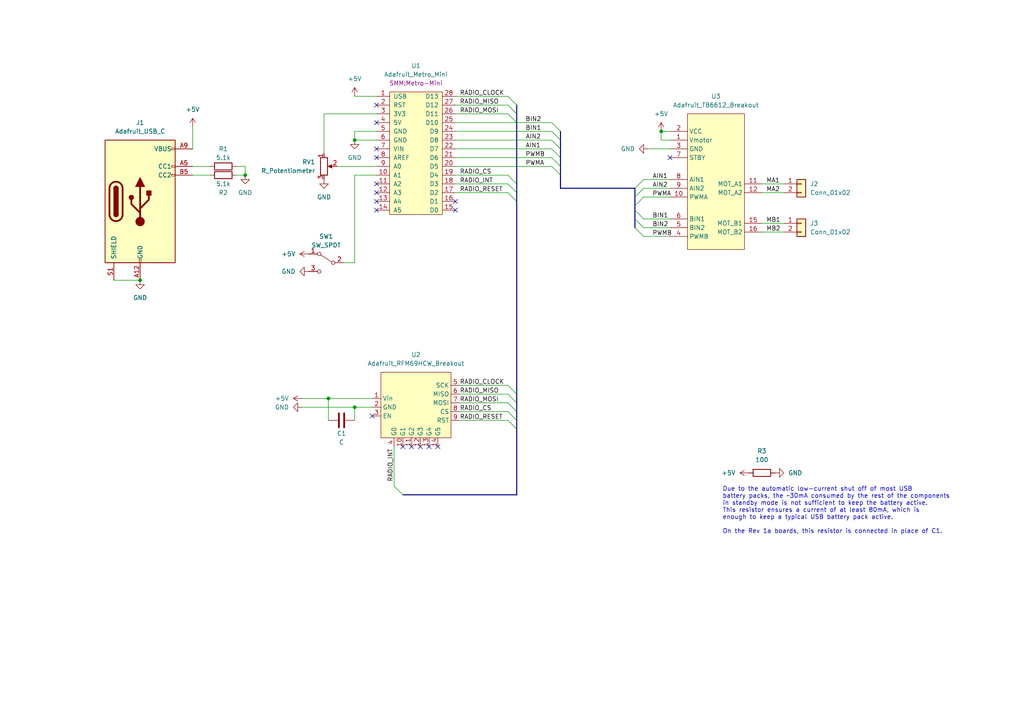
<source format=kicad_sch>
(kicad_sch (version 20230121) (generator eeschema)
  (paper "A4")
  (title_block (title "Iowa Science Rover - Rover Controller") (date "2023-10-04") (rev "2") (company "Science Museum of Minnesota") (comment 1 "Kate Swanson"))
  (lib_symbols
    (symbol "+5V_1" (power) (pin_names (offset 0))
      (property "Value" "+5V_1" (at 0 3.556 0))
      (symbol "+5V_1_0_1"
        (polyline (pts (xy -0.762 1.27) (xy 0 2.54)))
        (polyline (pts (xy 0 0) (xy 0 2.54)))
        (polyline (pts (xy 0 2.54) (xy 0.762 1.27)))
      )
      (symbol "+5V_1_1_1"
        (pin power_in line (at 0 0 90) (length 0) hide (name "+5V") (number "1"))
      )
    )
    (symbol "Connector_Generic:Conn_01x02" (pin_names (offset 1.016) hide)
      (property "Reference" "J" (at 0 2.54 0))
      (property "Value" "Conn_01x02" (at 0 -5.08 0))
      (symbol "Conn_01x02_1_1"
        (rectangle (start -1.27 -2.413) (end 0 -2.667) (stroke (width 0.1524)))
        (rectangle (start -1.27 0.127) (end 0 -0.127) (stroke (width 0.1524)))
        (rectangle (start -1.27 1.27) (end 1.27 -3.81) (stroke (width 0.254)) (fill (type background)))
        (pin passive line (at -5.08 0 0) (length 3.81) (name "Pin_1") (number "1"))
        (pin passive line (at -5.08 -2.54 0) (length 3.81) (name "Pin_2") (number "2"))
      )
    )
    (symbol "Device:C" (pin_numbers hide) (pin_names (offset 0.254))
      (property "Reference" "C" (at 0.635 2.54 0))
      (property "Value" "C" (at 0.635 -2.54 0))
      (symbol "C_0_1"
        (polyline (pts (xy -2.032 -0.762) (xy 2.032 -0.762)) (stroke (width 0.508)))
        (polyline (pts (xy -2.032 0.762) (xy 2.032 0.762)) (stroke (width 0.508)))
      )
      (symbol "C_1_1"
        (pin passive line (at 0 3.81 270) (length 2.794) (name "~") (number "1"))
        (pin passive line (at 0 -3.81 90) (length 2.794) (name "~") (number "2"))
      )
    )
    (symbol "Device:R" (pin_numbers hide) (pin_names (offset 0))
      (property "Reference" "R" (at 2.032 0 90))
      (property "Value" "R" (at 0 0 90))
      (symbol "R_0_1"
        (rectangle (start -1.016 -2.54) (end 1.016 2.54) (stroke (width 0.254)))
      )
      (symbol "R_1_1"
        (pin passive line (at 0 3.81 270) (length 1.27) (name "~") (number "1"))
        (pin passive line (at 0 -3.81 90) (length 1.27) (name "~") (number "2"))
      )
    )
    (symbol "Device:R_Potentiometer" (pin_names (offset 1.016) hide)
      (property "Reference" "RV" (at -4.445 0 90))
      (property "Value" "R_Potentiometer" (at -2.54 0 90))
      (symbol "R_Potentiometer_0_1"
        (polyline (pts (xy 2.54 0) (xy 1.524 0)))
        (polyline (pts (xy 1.143 0) (xy 2.286 0.508) (xy 2.286 -0.508) (xy 1.143 0)) (fill (type outline)))
        (rectangle (start 1.016 2.54) (end -1.016 -2.54) (stroke (width 0.254)))
      )
      (symbol "R_Potentiometer_1_1"
        (pin passive line (at 0 3.81 270) (length 1.27) (name "1") (number "1"))
        (pin passive line (at 3.81 0 180) (length 1.27) (name "2") (number "2"))
        (pin passive line (at 0 -3.81 90) (length 1.27) (name "3") (number "3"))
      )
    )
    (symbol "GND_1" (power) (pin_names (offset 0))
      (property "Value" "GND_1" (at 0 -3.81 0))
      (symbol "GND_1_0_1"
        (polyline (pts (xy 0 0) (xy 0 -1.27) (xy 1.27 -1.27) (xy 0 -2.54) (xy -1.27 -1.27) (xy 0 -1.27)))
      )
      (symbol "GND_1_1_1"
        (pin power_in line (at 0 0 270) (length 0) hide (name "GND") (number "1"))
      )
    )
    (symbol "SMM:Adafruit_Metro_Mini" (pin_names (offset 1.016))
      (property "Reference" "U" (at 0 0 0))
      (property "Value" "Adafruit_Metro_Mini" (at 0 16.51 90))
      (property "Footprint" "SMM:Metro-Mini" (at 0 38.1 0))
      (symbol "Adafruit_Metro_Mini_0_1"
        (rectangle (start -7.62 1.27) (end 7.62 36.83) (fill (type background)))
      )
      (symbol "Adafruit_Metro_Mini_1_1"
        (pin bidirectional line (at -11.43 35.56 0) (length 3.81) (name "USB") (number "1"))
        (pin bidirectional line (at -11.43 12.7 0) (length 3.81) (name "A1") (number "10"))
        (pin bidirectional line (at -11.43 10.16 0) (length 3.81) (name "A2") (number "11"))
        (pin bidirectional line (at -11.43 7.62 0) (length 3.81) (name "A3") (number "12"))
        (pin bidirectional line (at -11.43 5.08 0) (length 3.81) (name "A4") (number "13"))
        (pin bidirectional line (at -11.43 2.54 0) (length 3.81) (name "A5") (number "14"))
        (pin bidirectional line (at 11.43 2.54 180) (length 3.81) (name "D0") (number "15"))
        (pin bidirectional line (at 11.43 5.08 180) (length 3.81) (name "D1") (number "16"))
        (pin bidirectional line (at 11.43 7.62 180) (length 3.81) (name "D2") (number "17"))
        (pin bidirectional line (at 11.43 10.16 180) (length 3.81) (name "D3") (number "18"))
        (pin bidirectional line (at 11.43 12.7 180) (length 3.81) (name "D4") (number "19"))
        (pin bidirectional line (at -11.43 33.02 0) (length 3.81) (name "RST") (number "2"))
        (pin bidirectional line (at 11.43 15.24 180) (length 3.81) (name "D5") (number "20"))
        (pin bidirectional line (at 11.43 17.78 180) (length 3.81) (name "D6") (number "21"))
        (pin bidirectional line (at 11.43 20.32 180) (length 3.81) (name "D7") (number "22"))
        (pin bidirectional line (at 11.43 22.86 180) (length 3.81) (name "D8") (number "23"))
        (pin bidirectional line (at 11.43 25.4 180) (length 3.81) (name "D9") (number "24"))
        (pin bidirectional line (at 11.43 27.94 180) (length 3.81) (name "D10") (number "25"))
        (pin bidirectional line (at 11.43 30.48 180) (length 3.81) (name "D11") (number "26"))
        (pin bidirectional line (at 11.43 33.02 180) (length 3.81) (name "D12") (number "27"))
        (pin bidirectional line (at 11.43 35.56 180) (length 3.81) (name "D13") (number "28"))
        (pin power_out line (at -11.43 30.48 0) (length 3.81) (name "3V3") (number "3"))
        (pin power_out line (at -11.43 27.94 0) (length 3.81) (name "5V") (number "4"))
        (pin power_out line (at -11.43 25.4 0) (length 3.81) (name "GND") (number "5"))
        (pin power_out line (at -11.43 22.86 0) (length 3.81) (name "GND") (number "6"))
        (pin power_in line (at -11.43 20.32 0) (length 3.81) (name "VIN") (number "7"))
        (pin input line (at -11.43 17.78 0) (length 3.81) (name "AREF") (number "8"))
        (pin bidirectional line (at -11.43 15.24 0) (length 3.81) (name "A0") (number "9"))
      )
    )
    (symbol "SMM:Adafruit_RFM69HCW_Breakout"
      (property "Reference" "U" (at 0 1.27 0))
      (property "Value" "Adafruit_RFM69HCW_Breakout" (at 0 11.43 0))
      (symbol "Adafruit_RFM69HCW_Breakout_0_1"
        (rectangle (start -10.16 10.16) (end 10.16 -8.89) (fill (type background)))
      )
      (symbol "Adafruit_RFM69HCW_Breakout_1_1"
        (pin power_in line (at -12.7 2.54 0) (length 2.54) (name "Vin") (number "1"))
        (pin output line (at -3.81 -11.43 90) (length 2.54) (name "G1") (number "10"))
        (pin output line (at -1.27 -11.43 90) (length 2.54) (name "G2") (number "11"))
        (pin output line (at 1.27 -11.43 90) (length 2.54) (name "G3") (number "12"))
        (pin output line (at 3.81 -11.43 90) (length 2.54) (name "G4") (number "13"))
        (pin output line (at 6.35 -11.43 90) (length 2.54) (name "G5") (number "14"))
        (pin power_in line (at -12.7 0 0) (length 2.54) (name "GND") (number "2"))
        (pin input line (at -12.7 -2.54 0) (length 2.54) (name "EN") (number "3"))
        (pin output line (at -6.35 -11.43 90) (length 2.54) (name "G0") (number "4"))
        (pin input line (at 12.7 6.35 180) (length 2.54) (name "SCK") (number "5"))
        (pin input line (at 12.7 3.81 180) (length 2.54) (name "MISO") (number "6"))
        (pin input line (at 12.7 1.27 180) (length 2.54) (name "MOSI") (number "7"))
        (pin input line (at 12.7 -1.27 180) (length 2.54) (name "CS") (number "8"))
        (pin input line (at 12.7 -3.81 180) (length 2.54) (name "RST") (number "9"))
      )
    )
    (symbol "SMM:Adafruit_TB6612_Breakout"
      (property "Reference" "U3" (at -0.635 13.97 0))
      (property "Value" "Adafruit_TB6612_Breakout" (at -0.635 11.43 0))
      (symbol "Adafruit_TB6612_Breakout_0_1"
        (rectangle (start -8.89 8.89) (end 7.62 -30.48) (fill (type background)))
      )
      (symbol "Adafruit_TB6612_Breakout_1_1"
        (pin power_in line (at -13.97 1.27 0) (length 5.08) (name "Vmotor") (number "1"))
        (pin input line (at -13.97 -15.24 0) (length 5.08) (name "PWMA") (number "10"))
        (pin output line (at 12.7 -11.43 180) (length 5.08) (name "MOT_A1") (number "11"))
        (pin output line (at 12.7 -13.97 180) (length 5.08) (name "MOT_A2") (number "12"))
        (pin power_in line (at -13.97 -1.27 0) (length 5.08) hide (name "GND") (number "13"))
        (pin power_in line (at -13.97 -1.27 0) (length 5.08) hide (name "GND") (number "14"))
        (pin output line (at 12.7 -22.86 180) (length 5.08) (name "MOT_B1") (number "15"))
        (pin output line (at 12.7 -25.4 180) (length 5.08) (name "MOT_B2") (number "16"))
        (pin power_in line (at -13.97 3.81 0) (length 5.08) (name "VCC") (number "2"))
        (pin power_in line (at -13.97 -1.27 0) (length 5.08) (name "GND") (number "3"))
        (pin input line (at -13.97 -26.67 0) (length 5.08) (name "PWMB") (number "4"))
        (pin input line (at -13.97 -24.13 0) (length 5.08) (name "BIN2") (number "5"))
        (pin input line (at -13.97 -21.59 0) (length 5.08) (name "BIN1") (number "6"))
        (pin input line (at -13.97 -3.81 0) (length 5.08) (name "STBY") (number "7"))
        (pin input line (at -13.97 -10.16 0) (length 5.08) (name "AIN1") (number "8"))
        (pin input line (at -13.97 -12.7 0) (length 5.08) (name "AIN2") (number "9"))
      )
    )
    (symbol "SMM:Adafruit_USB_C" (pin_names (offset 1.016))
      (property "Reference" "J" (at -10.16 19.05 0))
      (property "Value" "Adafruit_USB_C" (at 19.05 19.05 0))
      (symbol "Adafruit_USB_C_0_0"
        (rectangle (start -0.254 -17.78) (end 0.254 -16.764))
        (rectangle (start 10.16 7.874) (end 9.144 7.366))
        (rectangle (start 10.16 10.414) (end 9.144 9.906))
        (rectangle (start 10.16 15.494) (end 9.144 14.986))
      )
      (symbol "Adafruit_USB_C_0_1"
        (rectangle (start -10.16 17.78) (end 10.16 -17.78) (stroke (width 0.254)) (fill (type background)))
        (arc (start -8.89 -3.81) (mid -6.985 -5.7067) (end -5.08 -3.81) (stroke (width 0.508)))
        (arc (start -7.62 -3.81) (mid -6.985 -4.4423) (end -6.35 -3.81) (stroke (width 0.254)))
        (arc (start -7.62 -3.81) (mid -6.985 -4.4423) (end -6.35 -3.81) (stroke (width 0.254)) (fill (type outline)))
        (rectangle (start -7.62 -3.81) (end -6.35 3.81) (stroke (width 0.254)) (fill (type outline)))
        (arc (start -6.35 3.81) (mid -6.985 4.4423) (end -7.62 3.81) (stroke (width 0.254)))
        (arc (start -6.35 3.81) (mid -6.985 4.4423) (end -7.62 3.81) (stroke (width 0.254)) (fill (type outline)))
        (arc (start -5.08 3.81) (mid -6.985 5.7067) (end -8.89 3.81) (stroke (width 0.508)))
        (circle (center -2.54 1.143) (radius 0.635) (stroke (width 0.254)) (fill (type outline)))
        (circle (center 0 -5.842) (radius 1.27) (fill (type outline)))
        (polyline (pts (xy -8.89 -3.81) (xy -8.89 3.81)) (stroke (width 0.508)))
        (polyline (pts (xy -5.08 3.81) (xy -5.08 -3.81)) (stroke (width 0.508)))
        (polyline (pts (xy 0 -5.842) (xy 0 4.318)) (stroke (width 0.508)))
        (polyline (pts (xy 0 -3.302) (xy -2.54 -0.762) (xy -2.54 0.508)) (stroke (width 0.508)))
        (polyline (pts (xy 0 -2.032) (xy 2.54 0.508) (xy 2.54 1.778)) (stroke (width 0.508)))
        (polyline (pts (xy -1.27 4.318) (xy 0 6.858) (xy 1.27 4.318) (xy -1.27 4.318)) (stroke (width 0.254)) (fill (type outline)))
        (rectangle (start 1.905 1.778) (end 3.175 3.048) (stroke (width 0.254)) (fill (type outline)))
      )
      (symbol "Adafruit_USB_C_1_1"
        (pin passive line (at 0 -22.86 90) (length 5.08) (name "GND") (number "A12"))
        (pin bidirectional line (at 15.24 10.16 180) (length 5.08) (name "CC1") (number "A5"))
        (pin passive line (at 15.24 15.24 180) (length 5.08) (name "VBUS") (number "A9"))
        (pin passive line (at 0 -22.86 90) (length 5.08) hide (name "GND") (number "B12"))
        (pin bidirectional line (at 15.24 7.62 180) (length 5.08) (name "CC2") (number "B5"))
        (pin passive line (at 15.24 15.24 180) (length 5.08) hide (name "VBUS") (number "B9"))
        (pin passive line (at -7.62 -22.86 90) (length 5.08) (name "SHIELD") (number "S1"))
      )
    )
    (symbol "Switch:SW_SPDT" (pin_names (offset 0) hide)
      (property "Reference" "SW" (at 0 4.318 0))
      (property "Value" "SW_SPDT" (at 0 -5.08 0))
      (symbol "SW_SPDT_0_0"
        (circle (center -2.032 0) (radius 0.508))
        (circle (center 2.032 -2.54) (radius 0.508))
      )
      (symbol "SW_SPDT_0_1"
        (polyline (pts (xy -1.524 0.254) (xy 1.651 2.286)))
        (circle (center 2.032 2.54) (radius 0.508))
      )
      (symbol "SW_SPDT_1_1"
        (pin passive line (at 5.08 2.54 180) (length 2.54) (name "A") (number "1"))
        (pin passive line (at -5.08 0 0) (length 2.54) (name "B") (number "2"))
        (pin passive line (at 5.08 -2.54 180) (length 2.54) (name "C") (number "3"))
      )
    )
    (symbol "power:+5V" (power) (pin_names (offset 0))
      (property "Value" "+5V" (at 0 3.556 0))
      (symbol "+5V_0_1"
        (polyline (pts (xy -0.762 1.27) (xy 0 2.54)))
        (polyline (pts (xy 0 0) (xy 0 2.54)))
        (polyline (pts (xy 0 2.54) (xy 0.762 1.27)))
      )
      (symbol "+5V_1_1"
        (pin power_in line (at 0 0 90) (length 0) hide (name "+5V") (number "1"))
      )
    )
    (symbol "power:GND" (power) (pin_names (offset 0))
      (property "Value" "GND" (at 0 -3.81 0))
      (symbol "GND_0_1"
        (polyline (pts (xy 0 0) (xy 0 -1.27) (xy 1.27 -1.27) (xy 0 -2.54) (xy -1.27 -1.27) (xy 0 -1.27)))
      )
      (symbol "GND_1_1"
        (pin power_in line (at 0 0 270) (length 0) hide (name "GND") (number "1"))
      )
    )
  )
  (junction (at 40.64 81.28))
  (junction (at 102.87 118.11))
  (junction (at 95.25 115.57))
  (junction (at 71.12 50.8))
  (junction (at 102.87 40.64))
  (junction (at 191.77 38.1))
  (no_connect (at 127 129.54))
  (no_connect (at 124.46 129.54))
  (no_connect (at 119.38 129.54))
  (no_connect (at 121.92 129.54))
  (no_connect (at 116.84 129.54))
  (no_connect (at 109.22 35.56))
  (no_connect (at 109.22 30.48))
  (no_connect (at 132.08 60.96))
  (no_connect (at 132.08 58.42))
  (no_connect (at 109.22 55.88))
  (no_connect (at 109.22 43.18))
  (no_connect (at 109.22 60.96))
  (no_connect (at 109.22 58.42))
  (no_connect (at 109.22 45.72))
  (no_connect (at 109.22 53.34))
  (no_connect (at 194.31 45.72))
  (no_connect (at 107.95 120.65))
  (bus_entry (at 160.02 40.64) (size 2.54 2.54))
  (bus_entry (at 160.02 45.72) (size 2.54 2.54))
  (bus_entry (at 147.32 33.02) (size 2.54 2.54))
  (bus_entry (at 186.69 63.5) (size -2.54 -2.54))
  (bus_entry (at 147.32 53.34) (size 2.54 2.54))
  (bus_entry (at 147.32 50.8) (size 2.54 2.54))
  (bus_entry (at 186.69 57.15) (size -2.54 2.54))
  (bus_entry (at 114.3 140.97) (size 2.54 2.54))
  (bus_entry (at 160.02 35.56) (size 2.54 2.54))
  (bus_entry (at 147.32 27.94) (size 2.54 2.54))
  (bus_entry (at 160.02 38.1) (size 2.54 2.54))
  (bus_entry (at 186.69 66.04) (size -2.54 -2.54))
  (bus_entry (at 186.69 68.58) (size -2.54 -2.54))
  (bus_entry (at 160.02 48.26) (size 2.54 2.54))
  (bus_entry (at 186.69 52.07) (size -2.54 2.54))
  (bus_entry (at 160.02 43.18) (size 2.54 2.54))
  (bus_entry (at 147.32 30.48) (size 2.54 2.54))
  (bus_entry (at 147.32 55.88) (size 2.54 2.54))
  (bus_entry (at 186.69 54.61) (size -2.54 2.54))
  (bus_entry (at 147.32 121.92) (size 2.54 2.54))
  (bus_entry (at 147.32 116.84) (size 2.54 2.54))
  (bus_entry (at 147.32 114.3) (size 2.54 2.54))
  (bus_entry (at 147.32 119.38) (size 2.54 2.54))
  (bus_entry (at 147.32 111.76) (size 2.54 2.54))
  (wire (pts (xy 186.69 66.04) (xy 194.31 66.04)))
  (wire (pts (xy 55.88 36.83) (xy 55.88 43.18)))
  (wire (pts (xy 227.33 67.31) (xy 220.98 67.31)))
  (wire (pts (xy 133.35 111.76) (xy 147.32 111.76)))
  (bus (pts (xy 162.56 40.64) (xy 162.56 43.18)))
  (wire (pts (xy 194.31 38.1) (xy 191.77 38.1)))
  (wire (pts (xy 132.08 55.88) (xy 147.32 55.88)))
  (wire (pts (xy 102.87 50.8) (xy 102.87 76.2)))
  (wire (pts (xy 102.87 76.2) (xy 99.695 76.2)))
  (wire (pts (xy 187.96 43.18) (xy 194.31 43.18)))
  (wire (pts (xy 149.86 35.56) (xy 160.02 35.56)))
  (bus (pts (xy 149.86 30.48) (xy 149.86 33.02)))
  (bus (pts (xy 184.15 60.96) (xy 184.15 63.5)))
  (bus (pts (xy 149.86 121.92) (xy 149.86 124.46)))
  (wire (pts (xy 191.77 40.64) (xy 194.31 40.64)))
  (wire (pts (xy 87.63 118.11) (xy 102.87 118.11)))
  (bus (pts (xy 149.86 124.46) (xy 149.86 143.51)))
  (wire (pts (xy 132.08 27.94) (xy 147.32 27.94)))
  (bus (pts (xy 149.86 55.88) (xy 149.86 58.42)))
  (wire (pts (xy 132.08 38.1) (xy 160.02 38.1)))
  (wire (pts (xy 132.08 50.8) (xy 147.32 50.8)))
  (wire (pts (xy 55.88 50.8) (xy 60.96 50.8)))
  (wire (pts (xy 132.08 33.02) (xy 147.32 33.02)))
  (wire (pts (xy 102.87 118.11) (xy 107.95 118.11)))
  (wire (pts (xy 132.08 40.64) (xy 160.02 40.64)))
  (bus (pts (xy 184.15 54.61) (xy 184.15 57.15)))
  (bus (pts (xy 149.86 116.84) (xy 149.86 119.38)))
  (wire (pts (xy 186.69 63.5) (xy 194.31 63.5)))
  (wire (pts (xy 132.08 53.34) (xy 147.32 53.34)))
  (bus (pts (xy 149.86 119.38) (xy 149.86 121.92)))
  (bus (pts (xy 184.15 57.15) (xy 184.15 59.69)))
  (bus (pts (xy 184.15 63.5) (xy 184.15 66.04)))
  (wire (pts (xy 95.25 115.57) (xy 107.95 115.57)))
  (wire (pts (xy 186.69 57.15) (xy 194.31 57.15)))
  (wire (pts (xy 114.3 129.54) (xy 114.3 140.97)))
  (wire (pts (xy 109.22 50.8) (xy 102.87 50.8)))
  (wire (pts (xy 87.63 115.57) (xy 95.25 115.57)))
  (bus (pts (xy 149.86 33.02) (xy 149.86 35.56)))
  (bus (pts (xy 116.84 143.51) (xy 149.86 143.51)))
  (bus (pts (xy 184.15 59.69) (xy 184.15 60.96)))
  (wire (pts (xy 102.87 40.64) (xy 109.22 40.64)))
  (wire (pts (xy 227.33 53.34) (xy 220.98 53.34)))
  (bus (pts (xy 149.86 114.3) (xy 149.86 116.84)))
  (wire (pts (xy 133.35 116.84) (xy 147.32 116.84)))
  (wire (pts (xy 71.12 50.8) (xy 68.58 50.8)))
  (wire (pts (xy 95.25 115.57) (xy 95.25 121.92)))
  (bus (pts (xy 162.56 54.61) (xy 184.15 54.61)))
  (wire (pts (xy 186.69 68.58) (xy 194.31 68.58)))
  (bus (pts (xy 149.86 58.42) (xy 149.86 114.3)))
  (wire (pts (xy 132.08 43.18) (xy 160.02 43.18)))
  (bus (pts (xy 162.56 48.26) (xy 162.56 50.8)))
  (wire (pts (xy 133.35 119.38) (xy 147.32 119.38)))
  (bus (pts (xy 149.86 53.34) (xy 149.86 55.88)))
  (wire (pts (xy 97.79 48.26) (xy 109.22 48.26)))
  (bus (pts (xy 162.56 50.8) (xy 162.56 54.61)))
  (wire (pts (xy 227.33 55.88) (xy 220.98 55.88)))
  (wire (pts (xy 132.08 45.72) (xy 160.02 45.72)))
  (wire (pts (xy 191.77 38.1) (xy 191.77 40.64)))
  (wire (pts (xy 93.98 33.02) (xy 93.98 44.45)))
  (wire (pts (xy 132.08 35.56) (xy 149.86 35.56)))
  (wire (pts (xy 133.35 114.3) (xy 147.32 114.3)))
  (wire (pts (xy 109.22 38.1) (xy 102.87 38.1)))
  (wire (pts (xy 132.08 48.26) (xy 160.02 48.26)))
  (wire (pts (xy 102.87 27.94) (xy 109.22 27.94)))
  (wire (pts (xy 71.12 48.26) (xy 71.12 50.8)))
  (wire (pts (xy 102.87 118.11) (xy 102.87 121.92)))
  (wire (pts (xy 186.69 54.61) (xy 194.31 54.61)))
  (wire (pts (xy 133.35 121.92) (xy 147.32 121.92)))
  (wire (pts (xy 33.02 81.28) (xy 40.64 81.28)))
  (bus (pts (xy 162.56 43.18) (xy 162.56 45.72)))
  (bus (pts (xy 162.56 38.1) (xy 162.56 40.64)))
  (wire (pts (xy 227.33 64.77) (xy 220.98 64.77)))
  (wire (pts (xy 55.88 48.26) (xy 60.96 48.26)))
  (wire (pts (xy 102.87 38.1) (xy 102.87 40.64)))
  (bus (pts (xy 162.56 45.72) (xy 162.56 48.26)))
  (wire (pts (xy 68.58 48.26) (xy 71.12 48.26)))
  (wire (pts (xy 109.22 33.02) (xy 93.98 33.02)))
  (bus (pts (xy 149.86 35.56) (xy 149.86 53.34)))
  (wire (pts (xy 186.69 52.07) (xy 194.31 52.07)))
  (wire (pts (xy 132.08 30.48) (xy 147.32 30.48)))
  (text "Due to the automatic low-current shut off of most USB\nbattery packs, the ~30mA consumed by the rest of the components\nin standby mode is not sufficient to keep the battery active.\nThis resistor ensures a current of at least 80mA, which is\nenough to keep a typical USB battery pack active.\n\nOn the Rev 1a boards, this resistor is connected in place of C1." (at 209.55 154.94 0) (effects (font (size 1.27 1.27)) (justify left bottom)))
  (label "PWMB" (at 189.23 68.58 0))
  (label "RADIO_CLOCK" (at 133.35 27.94 0))
  (label "MB2" (at 222.25 67.31 0))
  (label "BIN1" (at 189.23 63.5 0))
  (label "RADIO_MISO" (at 133.35 114.3 0))
  (label "BIN2" (at 189.23 66.04 0))
  (label "MA1" (at 222.25 53.34 0))
  (label "AIN2" (at 189.23 54.61 0))
  (label "RADIO_MISO" (at 133.35 30.48 0))
  (label "PWMB" (at 152.4 45.72 0))
  (label "RADIO_RESET" (at 133.35 55.88 0))
  (label "AIN1" (at 152.4 43.18 0))
  (label "PWMA" (at 152.4 48.26 0))
  (label "RADIO_MOSI" (at 133.35 116.84 0))
  (label "AIN1" (at 189.23 52.07 0))
  (label "RADIO_CS" (at 133.35 50.8 0))
  (label "RADIO_INT" (at 114.3 139.7 90))
  (label "BIN2" (at 152.4 35.56 0))
  (label "PWMA" (at 189.23 57.15 0))
  (label "MB1" (at 222.25 64.77 0))
  (label "RADIO_RESET" (at 133.35 121.92 0))
  (label "MA2" (at 222.25 55.88 0))
  (label "RADIO_INT" (at 133.35 53.34 0))
  (label "BIN1" (at 152.4 38.1 0))
  (label "RADIO_CLOCK" (at 133.35 111.76 0))
  (label "RADIO_CS" (at 133.35 119.38 0))
  (label "AIN2" (at 152.4541 40.64 0))
  (label "RADIO_MOSI" (at 133.35 33.02 0))
  (symbol (lib_id "Device:R") (at 64.77 48.26 90) (unit 1)
    (property "Reference" "R1" (at 64.77 43.18 90))
    (property "Value" "5.1k" (at 64.77 45.72 90))
    (property "Footprint" "SMM:Resistor_L6.3mm_D2.5mm_P10.16mm_Horizontal" (effects hide))
  )
  (symbol (lib_id "Device:R") (at 64.77 50.8 90) (mirror x) (unit 1)
    (property "Reference" "R2" (at 64.77 55.88 90))
    (property "Value" "5.1k" (at 64.77 53.34 90))
    (property "Footprint" "SMM:Resistor_L6.3mm_D2.5mm_P10.16mm_Horizontal" (effects hide))
  )
  (symbol (lib_id "power:+5V") (at 102.87 27.94 0) (unit 1)
    (property "Reference" "#PWR07" (effects hide))
    (property "Value" "+5V" (at 102.87 22.86 0))
  )
  (symbol (lib_id "Device:C") (at 99.06 121.92 90) (mirror x) (unit 1)
    (property "Reference" "C1" (at 99.06 125.73 90))
    (property "Value" "C" (at 99.06 128.27 90))
    (property "Footprint" "Capacitor_THT:C_Disc_D4.3mm_W1.9mm_P5.00mm" (effects hide))
  )
  (symbol (lib_id "Device:R_Potentiometer") (at 93.98 48.26 0) (unit 1)
    (property "Reference" "RV1" (at 91.44 46.9899 0) (effects (justify right)))
    (property "Value" "R_Potentiometer" (at 91.44 49.5299 0) (effects (justify right)))
    (property "Footprint" "SMM:Rover_Trimpot" (effects hide))
  )
  (symbol (lib_id "power:GND") (at 89.535 78.74 270) (unit 1)
    (property "Reference" "#PWR012" (effects hide))
    (property "Value" "GND" (at 85.725 78.74 90) (effects (justify right)))
  )
  (symbol (lib_id "power:GND") (at 187.96 43.18 270) (mirror x) (unit 1)
    (property "Reference" "#PWR09" (effects hide))
    (property "Value" "GND" (at 184.15 43.1801 90) (effects (justify right)))
  )
  (symbol (lib_id "SMM:Adafruit_TB6612_Breakout") (at 208.28 41.91 0) (unit 1)
    (property "Reference" "U3" (at 207.645 27.94 0))
    (property "Value" "Adafruit_TB6612_Breakout" (at 207.645 30.48 0))
    (property "Footprint" "SMM:Adafruit_TB6612_Breakout" (effects hide))
  )
  (symbol (lib_id "power:+5V") (at 89.535 73.66 90) (unit 1)
    (property "Reference" "#PWR011" (effects hide))
    (property "Value" "+5V" (at 85.725 73.66 90) (effects (justify left)))
  )
  (symbol (lib_name "GND_1") (lib_id "power:GND") (at 224.79 137.16 90) (unit 1)
    (property "Reference" "#PWR014" (effects hide))
    (property "Value" "GND" (at 228.6 137.16 90) (effects (justify right)))
  )
  (symbol (lib_id "power:+5V") (at 87.63 115.57 90) (unit 1)
    (property "Reference" "#PWR04" (effects hide))
    (property "Value" "+5V" (at 83.82 115.5699 90) (effects (justify left)))
  )
  (symbol (lib_id "SMM:Adafruit_USB_C") (at 40.64 58.42 0) (unit 1)
    (property "Reference" "J1" (at 40.64 35.56 0))
    (property "Value" "Adafruit_USB_C" (at 40.64 38.1 0))
    (property "Footprint" "SMM:Adafruit_USB_C" (effects hide))
    (property "Datasheet" "https://www.usb.org/sites/default/files/documents/usb_type-c.zip" (effects hide))
  )
  (symbol (lib_id "Connector_Generic:Conn_01x02") (at 232.41 64.77 0) (unit 1)
    (property "Reference" "J3" (at 234.95 64.7699 0) (effects (justify left)))
    (property "Value" "Conn_01x02" (at 234.95 67.3099 0) (effects (justify left)))
    (property "Footprint" "SMM:TerminalBlock-2_P5.08mm_small" (effects hide))
  )
  (symbol (lib_id "SMM:Adafruit_RFM69HCW_Breakout") (at 120.65 118.11 0) (unit 1)
    (property "Reference" "U2" (at 120.65 102.87 0))
    (property "Value" "Adafruit_RFM69HCW_Breakout" (at 120.65 105.41 0))
    (property "Footprint" "SMM:Adafruit RFM69HCW Breakout" (effects hide))
  )
  (symbol (lib_id "power:GND") (at 71.12 50.8 0) (unit 1)
    (property "Reference" "#PWR03" (effects hide))
    (property "Value" "GND" (at 71.12 55.88 0))
  )
  (symbol (lib_id "power:GND") (at 102.87 40.64 0) (unit 1)
    (property "Reference" "#PWR08" (effects hide))
    (property "Value" "GND" (at 102.87 45.72 0))
  )
  (symbol (lib_id "SMM:Adafruit_Metro_Mini") (at 120.65 63.5 0) (unit 1)
    (property "Reference" "U1" (at 120.65 19.05 0))
    (property "Value" "Adafruit_Metro_Mini" (at 120.65 21.59 0))
    (property "Footprint" "SMM:Metro-Mini" (at 120.65 24.13 0))
  )
  (symbol (lib_id "power:GND") (at 93.98 52.07 0) (unit 1)
    (property "Reference" "#PWR06" (effects hide))
    (property "Value" "GND" (at 93.98 57.15 0))
  )
  (symbol (lib_id "Switch:SW_SPDT") (at 94.615 76.2 0) (mirror y) (unit 1)
    (property "Reference" "SW1" (at 94.615 68.58 0))
    (property "Value" "SW_SPDT" (at 94.615 71.12 0))
    (property "Footprint" "SMM:SW_EG1218" (effects hide))
  )
  (symbol (lib_name "+5V_1") (lib_id "power:+5V") (at 217.17 137.16 90) (unit 1)
    (property "Reference" "#PWR013" (effects hide))
    (property "Value" "+5V" (at 213.36 137.16 90) (effects (justify left)))
  )
  (symbol (lib_id "Connector_Generic:Conn_01x02") (at 232.41 53.34 0) (unit 1)
    (property "Reference" "J2" (at 234.95 53.3399 0) (effects (justify left)))
    (property "Value" "Conn_01x02" (at 234.95 55.8799 0) (effects (justify left)))
    (property "Footprint" "SMM:TerminalBlock-2_P5.08mm_small" (effects hide))
  )
  (symbol (lib_id "power:+5V") (at 55.88 36.83 0) (unit 1)
    (property "Reference" "#PWR02" (effects hide))
    (property "Value" "+5V" (at 55.88 31.75 0))
  )
  (symbol (lib_id "Device:R") (at 220.98 137.16 90) (unit 1)
    (property "Reference" "R3" (at 220.98 130.81 90))
    (property "Value" "100" (at 220.98 133.35 90))
  )
  (symbol (lib_id "power:+5V") (at 191.77 38.1 0) (unit 1)
    (property "Reference" "#PWR010" (effects hide))
    (property "Value" "+5V" (at 191.77 33.02 0))
  )
  (symbol (lib_id "power:GND") (at 87.63 118.11 270) (unit 1)
    (property "Reference" "#PWR05" (effects hide))
    (property "Value" "GND" (at 83.82 118.1099 90) (effects (justify right)))
  )
  (symbol (lib_id "power:GND") (at 40.64 81.28 0) (unit 1)
    (property "Reference" "#PWR01" (effects hide))
    (property "Value" "GND" (at 40.64 86.36 0))
  )
)
</source>
